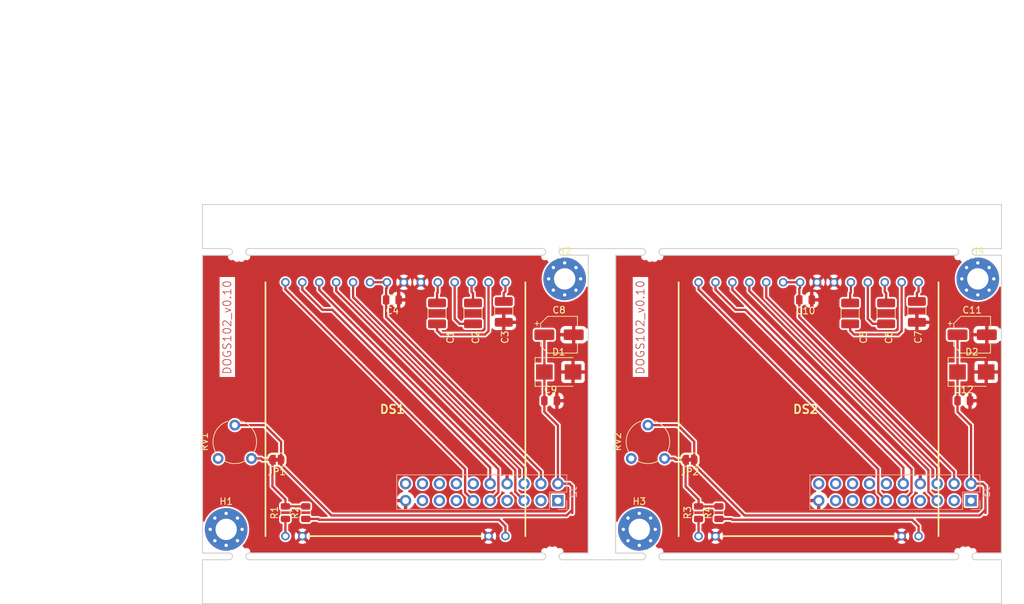
<source format=kicad_pcb>
(kicad_pcb (version 20221018) (generator pcbnew)
  (layers (0 "F.Cu" signal "Top") (31 "B.Cu" signal "Bottom") (34 "B.Paste" user) (35 "F.Paste" user) (36 "B.SilkS" user "B.Silkscreen") (37 "F.SilkS" user "F.Silkscreen") (38 "B.Mask" user) (39 "F.Mask" user) (44 "Edge.Cuts" user))
  (net 0 "")
  (net 1 "GND")
  (net 2 "+3V3")
  (net 3 "Net-(C1-Pad2)")
  (net 4 "Net-(C2-Pad1)")
  (net 5 "Net-(C2-Pad2)")
  (net 6 "Net-(C3-Pad2)")
  (net 7 "Net-(C1-Pad1)")
  (net 8 "MOSI")
  (net 9 "SCK")
  (net 10 "Net-(DS1-Pad14)")
  (net 11 "Net-(DS1-Pad1)")
  (net 12 "Net-(H1-Pad1)")
  (net 13 "Net-(H2-Pad1)")
  (net 14 "INSTR.BEL")
  (net 15 "D8")
  (net 16 "D7")
  (net 17 "D6")
  (net 18 "LED")
  (footprint "Capacitor_SMD:C_1210_3225Metric_Pad1.33x2.70mm_HandSolder" (layer "F.Cu") (at 158.71 91.0375 90)
    (fp_text reference "C2" (at -3.592 0.4 90) (layer "F.SilkS"))
    (fp_text value "C")
    (pad "1" smd roundrect (at -1.5625 0 90) (size 1.325 2.7) (layers "F.Cu" "F.Paste" "F.Mask") (roundrect_rratio 0.1886792453) (net 4 "Net-(C2-Pad1)"))
    (pad "2" smd roundrect (at 1.5625 0 90) (size 1.325 2.7) (layers "F.Cu" "F.Paste" "F.Mask") (roundrect_rratio 0.1886792453) (net 5 "Net-(C2-Pad2)"))
  )
  (footprint "Capacitor_SMD:C_1210_3225Metric_Pad1.33x2.70mm_HandSolder" (layer "F.Cu") (at 163.322 90.808 90)
    (fp_text reference "C3" (at -3.792 0.188 90) (layer "F.SilkS"))
    (fp_text value "C")
    (pad "1" smd roundrect (at -1.5625 0 90) (size 1.325 2.7) (layers "F.Cu" "F.Paste" "F.Mask") (roundrect_rratio 0.1886792453) (net 1 "GND"))
    (pad "2" smd roundrect (at 1.5625 0 90) (size 1.325 2.7) (layers "F.Cu" "F.Paste" "F.Mask") (roundrect_rratio 0.1886792453) (net 6 "Net-(C3-Pad2)"))
  )
  (footprint "Capacitor_SMD:C_1210_3225Metric_Pad1.33x2.70mm_HandSolder" (layer "F.Cu") (at 153.31 91.0375 90)
    (fp_text reference "C1" (at -3.5625 2 90) (layer "F.SilkS"))
    (fp_text value "C")
    (pad "1" smd roundrect (at -1.5625 0 90) (size 1.325 2.7) (layers "F.Cu" "F.Paste" "F.Mask") (roundrect_rratio 0.1886792453) (net 7 "Net-(C1-Pad1)"))
    (pad "2" smd roundrect (at 1.5625 0 90) (size 1.325 2.7) (layers "F.Cu" "F.Paste" "F.Mask") (roundrect_rratio 0.1886792453) (net 3 "Net-(C1-Pad2)"))
  )
  (footprint "MountingHole:MountingHole_3.2mm_M3_Pad_Via" (layer "F.Cu") (at 121.666 123.444)
    (fp_text reference "H1" (at 0 -4.2) (layer "F.SilkS"))
    (fp_text value "MountingHole_Pad")
    (pad "1" thru_hole circle (at -2.4 0) (size 0.8 0.8) (drill 0.5) (layers "*.Cu" "*.Mask") (net 12 "Net-(H1-Pad1)"))
    (pad "1" thru_hole circle (at -1.697056 -1.697056) (size 0.8 0.8) (drill 0.5) (layers "*.Cu" "*.Mask") (net 12 "Net-(H1-Pad1)"))
    (pad "1" thru_hole circle (at -1.697056 1.697056) (size 0.8 0.8) (drill 0.5) (layers "*.Cu" "*.Mask") (net 12 "Net-(H1-Pad1)"))
    (pad "1" thru_hole circle (at 0 -2.4) (size 0.8 0.8) (drill 0.5) (layers "*.Cu" "*.Mask") (net 12 "Net-(H1-Pad1)"))
    (pad "1" thru_hole circle (at 0 0) (size 6.4 6.4) (drill 3.2) (layers "*.Cu" "*.Mask") (net 12 "Net-(H1-Pad1)"))
    (pad "1" thru_hole circle (at 0 2.4) (size 0.8 0.8) (drill 0.5) (layers "*.Cu" "*.Mask") (net 12 "Net-(H1-Pad1)"))
    (pad "1" thru_hole circle (at 1.697056 -1.697056) (size 0.8 0.8) (drill 0.5) (layers "*.Cu" "*.Mask") (net 12 "Net-(H1-Pad1)"))
    (pad "1" thru_hole circle (at 1.697056 1.697056) (size 0.8 0.8) (drill 0.5) (layers "*.Cu" "*.Mask") (net 12 "Net-(H1-Pad1)"))
    (pad "1" thru_hole circle (at 2.4 0) (size 0.8 0.8) (drill 0.5) (layers "*.Cu" "*.Mask") (net 12 "Net-(H1-Pad1)"))
  )
  (footprint "MountingHole:MountingHole_3.2mm_M3_Pad_Via" (layer "F.Cu") (at 172.466 85.852)
    (fp_text reference "H2" (at 0 -4.2) (layer "F.SilkS"))
    (fp_text value "MountingHole_Pad")
    (pad "1" thru_hole circle (at -2.4 0) (size 0.8 0.8) (drill 0.5) (layers "*.Cu" "*.Mask") (net 13 "Net-(H2-Pad1)"))
    (pad "1" thru_hole circle (at -1.697056 -1.697056) (size 0.8 0.8) (drill 0.5) (layers "*.Cu" "*.Mask") (net 13 "Net-(H2-Pad1)"))
    (pad "1" thru_hole circle (at -1.697056 1.697056) (size 0.8 0.8) (drill 0.5) (layers "*.Cu" "*.Mask") (net 13 "Net-(H2-Pad1)"))
    (pad "1" thru_hole circle (at 0 -2.4) (size 0.8 0.8) (drill 0.5) (layers "*.Cu" "*.Mask") (net 13 "Net-(H2-Pad1)"))
    (pad "1" thru_hole circle (at 0 0) (size 6.4 6.4) (drill 3.2) (layers "*.Cu" "*.Mask") (net 13 "Net-(H2-Pad1)"))
    (pad "1" thru_hole circle (at 0 2.4) (size 0.8 0.8) (drill 0.5) (layers "*.Cu" "*.Mask") (net 13 "Net-(H2-Pad1)"))
    (pad "1" thru_hole circle (at 1.697056 -1.697056) (size 0.8 0.8) (drill 0.5) (layers "*.Cu" "*.Mask") (net 13 "Net-(H2-Pad1)"))
    (pad "1" thru_hole circle (at 1.697056 1.697056) (size 0.8 0.8) (drill 0.5) (layers "*.Cu" "*.Mask") (net 13 "Net-(H2-Pad1)"))
    (pad "1" thru_hole circle (at 2.4 0) (size 0.8 0.8) (drill 0.5) (layers "*.Cu" "*.Mask") (net 13 "Net-(H2-Pad1)"))
  )
  (footprint "Capacitor_SMD:C_0805_2012Metric" (layer "F.Cu") (at 146.61 89 180)
    (fp_text reference "C4" (at 0 -1.65) (layer "F.SilkS"))
    (fp_text value "100n")
    (pad "1" smd roundrect (at -0.9375 0 180) (size 0.975 1.4) (layers "F.Cu" "F.Paste" "F.Mask") (net 1 "GND"))
    (pad "2" smd roundrect (at 0.9375 0 180) (size 0.975 1.4) (layers "F.Cu" "F.Paste" "F.Mask") (net 2 "+3V3"))
  )
  (footprint "Capacitor_SMD:CP_Elec_5x3" (layer "F.Cu") (at 171.618 94.234)
    (fp_text reference "C8" (at 0 -3.7) (layer "F.SilkS"))
    (fp_text value "CP")
    (pad "1" smd roundrect (at -2.2 0) (size 3 1.6) (layers "F.Cu" "F.Paste" "F.Mask") (roundrect_rratio 0.15625) (net 14 "INSTR.BEL"))
    (pad "2" smd roundrect (at 2.2 0) (size 3 1.6) (layers "F.Cu" "F.Paste" "F.Mask") (roundrect_rratio 0.15625) (net 1 "GND"))
  )
  (footprint "Capacitor_SMD:C_0805_2012Metric" (layer "F.Cu") (at 170.3555 104.14)
    (fp_text reference "C9" (at 0 -1.65) (layer "F.SilkS"))
    (fp_text value "100n")
    (pad "1" smd roundrect (at -0.9375 0) (size 0.975 1.4) (layers "F.Cu" "F.Paste" "F.Mask") (net 14 "INSTR.BEL"))
    (pad "2" smd roundrect (at 0.9375 0) (size 0.975 1.4) (layers "F.Cu" "F.Paste" "F.Mask") (net 1 "GND"))
  )
  (footprint "Diode_SMD:D_SMB" (layer "F.Cu") (at 171.568 99.822)
    (fp_text reference "D1" (at 0 -3) (layer "F.SilkS"))
    (fp_text value "SMBJ15CA")
    (pad "1" smd rect (at -2.15 0) (size 2.5 2.3) (layers "F.Cu" "F.Paste" "F.Mask") (net 14 "INSTR.BEL"))
    (pad "2" smd rect (at 2.15 0) (size 2.5 2.3) (layers "F.Cu" "F.Paste" "F.Mask") (net 1 "GND"))
  )
  (footprint "Resistor_SMD:R_0805_2012Metric" (layer "F.Cu") (at 130.556 120.9375 90)
    (fp_text reference "R1" (at 0 -1.65 90) (layer "F.SilkS"))
    (fp_text value "R")
    (pad "1" smd roundrect (at -0.9375 0 90) (size 0.975 1.4) (layers "F.Cu" "F.Paste" "F.Mask") (net 11 "Net-(DS1-Pad1)"))
    (pad "2" smd roundrect (at 0.9375 0 90) (size 0.975 1.4) (layers "F.Cu" "F.Paste" "F.Mask") (net 18 "LED"))
  )
  (footprint "Resistor_SMD:R_0805_2012Metric" (layer "F.Cu") (at 133.61 120.9375 90)
    (fp_text reference "R2" (at 0 -1.65 90) (layer "F.SilkS"))
    (fp_text value "R")
    (pad "1" smd roundrect (at -0.9375 0 90) (size 0.975 1.4) (layers "F.Cu" "F.Paste" "F.Mask") (net 10 "Net-(DS1-Pad14)"))
    (pad "2" smd roundrect (at 0.9375 0 90) (size 0.975 1.4) (layers "F.Cu" "F.Paste" "F.Mask") (net 18 "LED"))
  )
  (footprint "fiz-o-matic:EA-DOGS102W-6" (layer "F.Cu") (at 147.066 105.41)
    (fp_text reference "DS1" (at -0.45365 0.01496) (layer "F.SilkS") (effects (font (size 1.27 1.27) (thickness 0.254))))
    (fp_text value "EA_DOGS102W-6" hide)
    (pad "1" thru_hole circle (at -16.51 19.05) (size 1.28 1.28) (drill 0.78) (layers "*.Cu" "*.Mask") (net 11 "Net-(DS1-Pad1)"))
    (pad "2" thru_hole circle (at -13.97 19.05) (size 1.28 1.28) (drill 0.78) (layers "*.Cu" "*.Mask") (net 1 "GND"))
    (pad "13" thru_hole circle (at 13.97 19.05) (size 1.28 1.28) (drill 0.78) (layers "*.Cu" "*.Mask") (net 1 "GND"))
    (pad "14" thru_hole circle (at 16.51 19.05) (size 1.28 1.28) (drill 0.78) (layers "*.Cu" "*.Mask") (net 10 "Net-(DS1-Pad14)"))
    (pad "15" thru_hole circle (at 16.51 -19.05) (size 1.28 1.28) (drill 0.78) (layers "*.Cu" "*.Mask") (net 6 "Net-(C3-Pad2)"))
    (pad "16" thru_hole circle (at 13.97 -19.05) (size 1.28 1.28) (drill 0.78) (layers "*.Cu" "*.Mask") (net 7 "Net-(C1-Pad1)"))
    (pad "17" thru_hole circle (at 11.43 -19.05) (size 1.28 1.28) (drill 0.78) (layers "*.Cu" "*.Mask") (net 5 "Net-(C2-Pad2)"))
    (pad "18" thru_hole circle (at 8.89 -19.05) (size 1.28 1.28) (drill 0.78) (layers "*.Cu" "*.Mask") (net 4 "Net-(C2-Pad1)"))
    (pad "19" thru_hole circle (at 6.35 -19.05) (size 1.28 1.28) (drill 0.78) (layers "*.Cu" "*.Mask") (net 3 "Net-(C1-Pad2)"))
    (pad "20" thru_hole circle (at 3.81 -19.05) (size 1.28 1.28) (drill 0.78) (layers "*.Cu" "*.Mask") (net 1 "GND"))
    (pad "21" thru_hole circle (at 1.27 -19.05) (size 1.28 1.28) (drill 0.78) (layers "*.Cu" "*.Mask") (net 1 "GND"))
    (pad "22" thru_hole circle (at -1.27 -19.05) (size 1.28 1.28) (drill 0.78) (layers "*.Cu" "*.Mask") (net 2 "+3V3"))
    (pad "23" thru_hole circle (at -3.81 -19.05) (size 1.28 1.28) (drill 0.78) (layers "*.Cu" "*.Mask") (net 2 "+3V3"))
    (pad "24" thru_hole circle (at -6.35 -19.05) (size 1.28 1.28) (drill 0.78) (layers "*.Cu" "*.Mask") (net 8 "MOSI"))
    (pad "25" thru_hole circle (at -8.89 -19.05) (size 1.28 1.28) (drill 0.78) (layers "*.Cu" "*.Mask") (net 9 "SCK"))
    (pad "26" thru_hole circle (at -11.43 -19.05) (size 1.28 1.28) (drill 0.78) (layers "*.Cu" "*.Mask") (net 17 "D6"))
    (pad "27" thru_hole circle (at -13.97 -19.05) (size 1.28 1.28) (drill 0.78) (layers "*.Cu" "*.Mask") (net 16 "D7"))
    (pad "28" thru_hole circle (at -16.51 -19.05) (size 1.28 1.28) (drill 0.78) (layers "*.Cu" "*.Mask") (net 15 "D8"))
  )
  (footprint "Jumper:SolderJumper-2_P1.3mm_Bridged_RoundedPad1.0x1.5mm" (layer "F.Cu") (at 129.26 113 180)
    (fp_text reference "JP1" (at 0 -1.8) (layer "F.SilkS"))
    (fp_text value "Jumper_NC_Small")
    (fp_poly (pts (xy 0.25 -0.3) (xy -0.25 -0.3) (xy -0.25 0.3) (xy 0.25 0.3)) (fill solid) (layer "F.Cu"))
    (pad "1" smd custom (at -0.65 0 180) (size 1 0.5) (layers "F.Cu" "F.Mask") (net 14 "INSTR.BEL") (options (clearance outline) (anchor rect)) (primitives (gr_circle (center 0 0.25) (end 0.5 0.25) (width 0) (fill yes)) (gr_circle (center 0 -0.25) (end 0.5 -0.25) (width 0) (fill yes)) (gr_poly (pts (xy 0 -0.75) (xy 0.5 -0.75) (xy 0.5 0.75) (xy 0 0.75)) (width 0) (fill yes))))
    (pad "2" smd custom (at 0.65 0 180) (size 1 0.5) (layers "F.Cu" "F.Mask") (net 18 "LED") (options (clearance outline) (anchor rect)) (primitives (gr_circle (center 0 0.25) (end 0.5 0.25) (width 0) (fill yes)) (gr_circle (center 0 -0.25) (end 0.5 -0.25) (width 0) (fill yes)) (gr_poly (pts (xy 0 -0.75) (xy -0.5 -0.75) (xy -0.5 0.75) (xy 0 0.75)) (width 0) (fill yes))))
  )
  (footprint "Potentiometer_THT:Potentiometer_Piher_PT-6-V_Vertical" (layer "F.Cu") (at 125.46 112.8 90)
    (fp_text reference "RV1" (at 2.5 -7.06 90) (layer "F.SilkS"))
    (fp_text value "R_POT")
    (pad "1" thru_hole circle (at 0 0 90) (size 1.62 1.62) (drill 0.9) (layers "*.Cu" "*.Mask") (net 18 "LED"))
    (pad "2" thru_hole circle (at 5 -2.5 90) (size 1.62 1.62) (drill 0.9) (layers "*.Cu" "*.Mask") (net 14 "INSTR.BEL"))
    (pad "3" thru_hole circle (at 0 -5 90) (size 1.62 1.62) (drill 0.9) (layers "*.Cu" "*.Mask"))
  )
  (footprint "fiz-o-matic:mouse-bite-1mm-slot" (layer "F.Cu") (at 232.61 81.8)
    (fp_text reference "mouse-bite-1mm-slot4" hide)
    (fp_text value "VAL**" hide)
    (pad "" np_thru_hole circle (at -1.15 0.75) (size 0.5 0.5) (drill 0.5) (layers "F&B.Cu" "*.Mask"))
    (pad "" np_thru_hole circle (at -0.35 1) (size 0.5 0.5) (drill 0.5) (layers "F&B.Cu" "*.Mask"))
    (pad "" np_thru_hole circle (at 0.35 1) (size 0.5 0.5) (drill 0.5) (layers "F&B.Cu" "*.Mask"))
    (pad "" np_thru_hole circle (at 1.15 0.75) (size 0.5 0.5) (drill 0.5) (layers "F&B.Cu" "*.Mask"))
  )
  (footprint "Jumper:SolderJumper-2_P1.3mm_Bridged_RoundedPad1.0x1.5mm" (layer "F.Cu") (at 191.26 113 180)
    (fp_text reference "JP2" (at 0 -1.8) (layer "F.SilkS"))
    (fp_text value "Jumper_NC_Small")
    (fp_poly (pts (xy 0.25 -0.3) (xy -0.25 -0.3) (xy -0.25 0.3) (xy 0.25 0.3)) (fill solid) (layer "F.Cu"))
    (pad "1" smd custom (at -0.65 0 180) (size 1 0.5) (layers "F.Cu" "F.Mask") (net 14 "INSTR.BEL") (options (clearance outline) (anchor rect)) (primitives (gr_circle (center 0 0.25) (end 0.5 0.25) (width 0) (fill yes)) (gr_circle (center 0 -0.25) (end 0.5 -0.25) (width 0) (fill yes)) (gr_poly (pts (xy 0 -0.75) (xy 0.5 -0.75) (xy 0.5 0.75) (xy 0 0.75)) (width 0) (fill yes))))
    (pad "2" smd custom (at 0.65 0 180) (size 1 0.5) (layers "F.Cu" "F.Mask") (net 18 "LED") (options (clearance outline) (anchor rect)) (primitives (gr_circle (center 0 0.25) (end 0.5 0.25) (width 0) (fill yes)) (gr_circle (center 0 -0.25) (end 0.5 -0.25) (width 0) (fill yes)) (gr_poly (pts (xy 0 -0.75) (xy -0.5 -0.75) (xy -0.5 0.75) (xy 0 0.75)) (width 0) (fill yes))))
  )
  (footprint "fiz-o-matic:mouse-bite-1mm-slot" (layer "F.Cu") (at 123.61 81.8)
    (fp_text reference "mouse-bite-1mm-slot" hide)
    (fp_text value "VAL**" hide)
    (pad "" np_thru_hole circle (at -1.15 0.75) (size 0.5 0.5) (drill 0.5) (layers "*.Cu" "*.Mask"))
    (pad "" np_thru_hole circle (at -0.35 1) (size 0.5 0.5) (drill 0.5) (layers "*.Cu" "*.Mask"))
    (pad "" np_thru_hole circle (at 0.35 1) (size 0.5 0.5) (drill 0.5) (layers "*.Cu" "*.Mask"))
    (pad "" np_thru_hole circle (at 1.15 0.75) (size 0.5 0.5) (drill 0.5) (layers "*.Cu" "*.Mask"))
  )
  (footprint "Capacitor_SMD:C_0805_2012Metric" (layer "F.Cu") (at 232.3555 104.14)
    (fp_text reference "C12" (at 0 -1.65) (layer "F.SilkS"))
    (fp_text value "100n")
    (pad "1" smd roundrect (at -0.9375 0) (size 0.975 1.4) (layers "F.Cu" "F.Paste" "F.Mask") (net 14 "INSTR.BEL"))
    (pad "2" smd roundrect (at 0.9375 0) (size 0.975 1.4) (layers "F.Cu" "F.Paste" "F.Mask") (net 1 "GND"))
  )
  (footprint "Resistor_SMD:R_0805_2012Metric" (layer "F.Cu") (at 195.61 120.9375 90)
    (fp_text reference "R4" (at 0 -1.65 90) (layer "F.SilkS"))
    (fp_text value "R")
    (pad "1" smd roundrect (at -0.9375 0 90) (size 0.975 1.4) (layers "F.Cu" "F.Paste" "F.Mask") (net 10 "Net-(DS1-Pad14)"))
    (pad "2" smd roundrect (at 0.9375 0 90) (size 0.975 1.4) (layers "F.Cu" "F.Paste" "F.Mask") (net 18 "LED"))
  )
  (footprint "Capacitor_SMD:C_0805_2012Metric" (layer "F.Cu") (at 208.61 89 180)
    (fp_text reference "C10" (at 0 -1.65) (layer "F.SilkS"))
    (fp_text value "100n")
    (pad "1" smd roundrect (at -0.9375 0 180) (size 0.975 1.4) (layers "F.Cu" "F.Paste" "F.Mask") (net 1 "GND"))
    (pad "2" smd roundrect (at 0.9375 0 180) (size 0.975 1.4) (layers "F.Cu" "F.Paste" "F.Mask") (net 2 "+3V3"))
  )
  (footprint "Capacitor_SMD:C_1210_3225Metric_Pad1.33x2.70mm_HandSolder" (layer "F.Cu") (at 215.31 91.0375 90)
    (fp_text reference "C5" (at -3.5625 2 90) (layer "F.SilkS"))
    (fp_text value "C")
    (pad "1" smd roundrect (at -1.5625 0 90) (size 1.325 2.7) (layers "F.Cu" "F.Paste" "F.Mask") (roundrect_rratio 0.1886792453) (net 7 "Net-(C1-Pad1)"))
    (pad "2" smd roundrect (at 1.5625 0 90) (size 1.325 2.7) (layers "F.Cu" "F.Paste" "F.Mask") (roundrect_rratio 0.1886792453) (net 3 "Net-(C1-Pad2)"))
  )
  (footprint "fiz-o-matic:mouse-bite-1mm-slot" (layer "F.Cu") (at 232.61 127.5 180)
    (fp_text reference "mouse-bite-1mm-slot2" hide)
    (fp_text value "VAL**" hide)
    (pad "" np_thru_hole circle (at -1.15 0.75 180) (size 0.5 0.5) (drill 0.5) (layers "F&B.Cu" "*.Mask"))
    (pad "" np_thru_hole circle (at -0.35 1 180) (size 0.5 0.5) (drill 0.5) (layers "F&B.Cu" "*.Mask"))
    (pad "" np_thru_hole circle (at 0.35 1 180) (size 0.5 0.5) (drill 0.5) (layers "F&B.Cu" "*.Mask"))
    (pad "" np_thru_hole circle (at 1.15 0.75 180) (size 0.5 0.5) (drill 0.5) (layers "F&B.Cu" "*.Mask"))
  )
  (footprint "Capacitor_SMD:CP_Elec_5x3" (layer "F.Cu") (at 233.618 94.234)
    (fp_text reference "C11" (at 0 -3.7) (layer "F.SilkS"))
    (fp_text value "CP")
    (pad "1" smd roundrect (at -2.2 0) (size 3 1.6) (layers "F.Cu" "F.Paste" "F.Mask") (roundrect_rratio 0.15625) (net 14 "INSTR.BEL"))
    (pad "2" smd roundrect (at 2.2 0) (size 3 1.6) (layers "F.Cu" "F.Paste" "F.Mask") (roundrect_rratio 0.15625) (net 1 "GND"))
  )
  (footprint "Resistor_SMD:R_0805_2012Metric" (layer "F.Cu") (at 192.556 120.9375 90)
    (fp_text reference "R3" (at 0 -1.65 90) (layer "F.SilkS"))
    (fp_text value "R")
    (pad "1" smd roundrect (at -0.9375 0 90) (size 0.975 1.4) (layers "F.Cu" "F.Paste" "F.Mask") (net 11 "Net-(DS1-Pad1)"))
    (pad "2" smd roundrect (at 0.9375 0 90) (size 0.975 1.4) (layers "F.Cu" "F.Paste" "F.Mask") (net 18 "LED"))
  )
  (footprint "fiz-o-matic:mouse-bite-1mm-slot" (layer "F.Cu") (at 185.61 127.5 180)
    (fp_text reference "mouse-bite-1mm-slot1" hide)
    (fp_text value "VAL**" hide)
    (pad "" np_thru_hole circle (at -1.15 0.75 180) (size 0.5 0.5) (drill 0.5) (layers "F&B.Cu" "*.Mask"))
    (pad "" np_thru_hole circle (at -0.35 1 180) (size 0.5 0.5) (drill 0.5) (layers "F&B.Cu" "*.Mask"))
    (pad "" np_thru_hole circle (at 0.35 1 180) (size 0.5 0.5) (drill 0.5) (layers "F&B.Cu" "*.Mask"))
    (pad "" np_thru_hole circle (at 1.15 0.75 180) (size 0.5 0.5) (drill 0.5) (layers "F&B.Cu" "*.Mask"))
  )
  (footprint "fiz-o-matic:mouse-bite-1mm-slot" (layer "F.Cu") (at 170.61 81.8)
    (fp_text reference "mouse-bite-1mm-slot" hide)
    (fp_text value "VAL**" hide)
    (pad "" np_thru_hole circle (at -1.15 0.75) (size 0.5 0.5) (drill 0.5) (layers "F&B.Cu" "*.Mask"))
    (pad "" np_thru_hole circle (at -0.35 1) (size 0.5 0.5) (drill 0.5) (layers "F&B.Cu" "*.Mask"))
    (pad "" np_thru_hole circle (at 0.35 1) (size 0.5 0.5) (drill 0.5) (layers "F&B.Cu" "*.Mask"))
    (pad "" np_thru_hole circle (at 1.15 0.75) (size 0.5 0.5) (drill 0.5) (layers "F&B.Cu" "*.Mask"))
  )
  (footprint "Capacitor_SMD:C_1210_3225Metric_Pad1.33x2.70mm_HandSolder" (layer "F.Cu") (at 225.322 90.808 90)
    (fp_text reference "C7" (at -3.792 0.188 90) (layer "F.SilkS"))
    (fp_text value "C")
    (pad "1" smd roundrect (at -1.5625 0 90) (size 1.325 2.7) (layers "F.Cu" "F.Paste" "F.Mask") (roundrect_rratio 0.1886792453) (net 1 "GND"))
    (pad "2" smd roundrect (at 1.5625 0 90) (size 1.325 2.7) (layers "F.Cu" "F.Paste" "F.Mask") (roundrect_rratio 0.1886792453) (net 6 "Net-(C3-Pad2)"))
  )
  (footprint "Potentiometer_THT:Potentiometer_Piher_PT-6-V_Vertical" (layer "F.Cu") (at 187.46 112.8 90)
    (fp_text reference "RV2" (at 2.5 -7.06 90) (layer "F.SilkS"))
    (fp_text value "R_POT")
    (pad "1" thru_hole circle (at 0 0 90) (size 1.62 1.62) (drill 0.9) (layers "*.Cu" "*.Mask") (net 18 "LED"))
    (pad "2" thru_hole circle (at 5 -2.5 90) (size 1.62 1.62) (drill 0.9) (layers "*.Cu" "*.Mask") (net 14 "INSTR.BEL"))
    (pad "3" thru_hole circle (at 0 -5 90) (size 1.62 1.62) (drill 0.9) (layers "*.Cu" "*.Mask"))
  )
  (footprint "fiz-o-matic:mouse-bite-1mm-slot" (layer "F.Cu") (at 123.61 127.5 180)
    (fp_text reference "mouse-bite-1mm-slot" hide)
    (fp_text value "VAL**" hide)
    (pad "" np_thru_hole circle (at -1.15 0.75 180) (size 0.5 0.5) (drill 0.5) (layers "F&B.Cu" "*.Mask"))
    (pad "" np_thru_hole circle (at -0.35 1 180) (size 0.5 0.5) (drill 0.5) (layers "F&B.Cu" "*.Mask"))
    (pad "" np_thru_hole circle (at 0.35 1 180) (size 0.5 0.5) (drill 0.5) (layers "F&B.Cu" "*.Mask"))
    (pad "" np_thru_hole circle (at 1.15 0.75 180) (size 0.5 0.5) (drill 0.5) (layers "F&B.Cu" "*.Mask"))
  )
  (footprint "MountingHole:MountingHole_3.2mm_M3_Pad_Via" (layer "F.Cu") (at 234.466 85.852)
    (fp_text reference "H4" (at 0 -4.2) (layer "F.SilkS"))
    (fp_text value "MountingHole_Pad")
    (pad "1" thru_hole circle (at -2.4 0) (size 0.8 0.8) (drill 0.5) (layers "*.Cu" "*.Mask") (net 13 "Net-(H2-Pad1)"))
    (pad "1" thru_hole circle (at -1.697056 -1.697056) (size 0.8 0.8) (drill 0.5) (layers "*.Cu" "*.Mask") (net 13 "Net-(H2-Pad1)"))
    (pad "1" thru_hole circle (at -1.697056 1.697056) (size 0.8 0.8) (drill 0.5) (layers "*.Cu" "*.Mask") (net 13 "Net-(H2-Pad1)"))
    (pad "1" thru_hole circle (at 0 -2.4) (size 0.8 0.8) (drill 0.5) (layers "*.Cu" "*.Mask") (net 13 "Net-(H2-Pad1)"))
    (pad "1" thru_hole circle (at 0 0) (size 6.4 6.4) (drill 3.2) (layers "*.Cu" "*.Mask") (net 13 "Net-(H2-Pad1)"))
    (pad "1" thru_hole circle (at 0 2.4) (size 0.8 0.8) (drill 0.5) (layers "*.Cu" "*.Mask") (net 13 "Net-(H2-Pad1)"))
    (pad "1" thru_hole circle (at 1.697056 -1.697056) (size 0.8 0.8) (drill 0.5) (layers "*.Cu" "*.Mask") (net 13 "Net-(H2-Pad1)"))
    (pad "1" thru_hole circle (at 1.697056 1.697056) (size 0.8 0.8) (drill 0.5) (layers "*.Cu" "*.Mask") (net 13 "Net-(H2-Pad1)"))
    (pad "1" thru_hole circle (at 2.4 0) (size 0.8 0.8) (drill 0.5) (layers "*.Cu" "*.Mask") (net 13 "Net-(H2-Pad1)"))
  )
  (footprint "Diode_SMD:D_SMB" (layer "F.Cu") (at 233.568 99.822)
    (fp_text reference "D2" (at 0 -3) (layer "F.SilkS"))
    (fp_text value "SMBJ15CA")
    (pad "1" smd rect (at -2.15 0) (size 2.5 2.3) (layers "F.Cu" "F.Paste" "F.Mask") (net 14 "INSTR.BEL"))
    (pad "2" smd rect (at 2.15 0) (size 2.5 2.3) (layers "F.Cu" "F.Paste" "F.Mask") (net 1 "GND"))
  )
  (footprint "fiz-o-matic:EA-DOGS102W-6" (layer "F.Cu") (at 209.066 105.41)
    (fp_text reference "DS2" (at -0.45365 0.01496) (layer "F.SilkS") (effects (font (size 1.27 1.27) (thickness 0.254))))
    (fp_text value "EA_DOGS102W-6" hide)
    (pad "1" thru_hole circle (at -16.51 19.05) (size 1.28 1.28) (drill 0.78) (layers "*.Cu" "*.Mask") (net 11 "Net-(DS1-Pad1)"))
    (pad "2" thru_hole circle (at -13.97 19.05) (size 1.28 1.28) (drill 0.78) (layers "*.Cu" "*.Mask") (net 1 "GND"))
    (pad "13" thru_hole circle (at 13.97 19.05) (size 1.28 1.28) (drill 0.78) (layers "*.Cu" "*.Mask") (net 1 "GND"))
    (pad "14" thru_hole circle (at 16.51 19.05) (size 1.28 1.28) (drill 0.78) (layers "*.Cu" "*.Mask") (net 10 "Net-(DS1-Pad14)"))
    (pad "15" thru_hole circle (at 16.51 -19.05) (size 1.28 1.28) (drill 0.78) (layers "*.Cu" "*.Mask") (net 6 "Net-(C3-Pad2)"))
    (pad "16" thru_hole circle (at 13.97 -19.05) (size 1.28 1.28) (drill 0.78) (layers "*.Cu" "*.Mask") (net 7 "Net-(C1-Pad1)"))
    (pad "17" thru_hole circle (at 11.43 -19.05) (size 1.28 1.28) (drill 0.78) (layers "*.Cu" "*.Mask") (net 5 "Net-(C2-Pad2)"))
    (pad "18" thru_hole circle (at 8.89 -19.05) (size 1.28 1.28) (drill 0.78) (layers "*.Cu" "*.Mask") (net 4 "Net-(C2-Pad1)"))
    (pad "19" thru_hole circle (at 6.35 -19.05) (size 1.28 1.28) (drill 0.78) (layers "*.Cu" "*.Mask") (net 3 "Net-(C1-Pad2)"))
    (pad "20" thru_hole circle (at 3.81 -19.05) (size 1.28 1.28) (drill 0.78) (layers "*.Cu" "*.Mask") (net 1 "GND"))
    (pad "21" thru_hole circle (at 1.27 -19.05) (size 1.28 1.28) (drill 0.78) (layers "*.Cu" "*.Mask") (net 1 "GND"))
    (pad "22" thru_hole circle (at -1.27 -19.05) (size 1.28 1.28) (drill 0.78) (layers "*.Cu" "*.Mask") (net 2 "+3V3"))
    (pad "23" thru_hole circle (at -3.81 -19.05) (size 1.28 1.28) (drill 0.78) (layers "*.Cu" "*.Mask") (net 2 "+3V3"))
    (pad "24" thru_hole circle (at -6.35 -19.05) (size 1.28 1.28) (drill 0.78) (layers "*.Cu" "*.Mask") (net 8 "MOSI"))
    (pad "25" thru_hole circle (at -8.89 -19.05) (size 1.28 1.28) (drill 0.78) (layers "*.Cu" "*.Mask") (net 9 "SCK"))
    (pad "26" thru_hole circle (at -11.43 -19.05) (size 1.28 1.28) (drill 0.78) (layers "*.Cu" "*.Mask") (net 17 "D6"))
    (pad "27" thru_hole circle (at -13.97 -19.05) (size 1.28 1.28) (drill 0.78) (layers "*.Cu" "*.Mask") (net 16 "D7"))
    (pad "28" thru_hole circle (at -16.51 -19.05) (size 1.28 1.28) (drill 0.78) (layers "*.Cu" "*.Mask") (net 15 "D8"))
  )
  (footprint "fiz-o-matic:mouse-bite-1mm-slot" (layer "F.Cu") (at 170.61 127.5 180)
    (fp_text reference "mouse-bite-1mm-slot" hide)
    (fp_text value "VAL**" hide)
    (pad "" np_thru_hole circle (at -1.15 0.75 180) (size 0.5 0.5) (drill 0.5) (layers "F&B.Cu" "*.Mask"))
    (pad "" np_thru_hole circle (at -0.35 1 180) (size 0.5 0.5) (drill 0.5) (layers "F&B.Cu" "*.Mask"))
    (pad "" np_thru_hole circle (at 0.35 1 180) (size 0.5 0.5) (drill 0.5) (layers "F&B.Cu" "*.Mask"))
    (pad "" np_thru_hole circle (at 1.15 0.75 180) (size 0.5 0.5) (drill 0.5) (layers "F&B.Cu" "*.Mask"))
  )
  (footprint "fiz-o-matic:mouse-bite-1mm-slot" (layer "F.Cu") (at 185.61 81.8)
    (fp_text reference "mouse-bite-1mm-slot3" hide)
    (fp_text value "VAL**" hide)
    (pad "" np_thru_hole circle (at -1.15 0.75) (size 0.5 0.5) (drill 0.5) (layers "*.Cu" "*.Mask"))
    (pad "" np_thru_hole circle (at -0.35 1) (size 0.5 0.5) (drill 0.5) (layers "*.Cu" "*.Mask"))
    (pad "" np_thru_hole circle (at 0.35 1) (size 0.5 0.5) (drill 0.5) (layers "*.Cu" "*.Mask"))
    (pad "" np_thru_hole circle (at 1.15 0.75) (size 0.5 0.5) (drill 0.5) (layers "*.Cu" "*.Mask"))
  )
  (footprint "Capacitor_SMD:C_1210_3225Metric_Pad1.33x2.70mm_HandSolder" (layer "F.Cu") (at 220.71 91.0375 90)
    (fp_text reference "C6" (at -3.592 0.4 90) (layer "F.SilkS"))
    (fp_text value "C")
    (pad "1" smd roundrect (at -1.5625 0 90) (size 1.325 2.7) (layers "F.Cu" "F.Paste" "F.Mask") (roundrect_rratio 0.1886792453) (net 4 "Net-(C2-Pad1)"))
    (pad "2" smd roundrect (at 1.5625 0 90) (size 1.325 2.7) (layers "F.Cu" "F.Paste" "F.Mask") (roundrect_rratio 0.1886792453) (net 5 "Net-(C2-Pad2)"))
  )
  (footprint "MountingHole:MountingHole_3.2mm_M3_Pad_Via" (layer "F.Cu") (at 183.666 123.444)
    (fp_text reference "H3" (at 0 -4.2) (layer "F.SilkS"))
    (fp_text value "MountingHole_Pad")
    (pad "1" thru_hole circle (at -2.4 0) (size 0.8 0.8) (drill 0.5) (layers "*.Cu" "*.Mask") (net 12 "Net-(H1-Pad1)"))
    (pad "1" thru_hole circle (at -1.697056 -1.697056) (size 0.8 0.8) (drill 0.5) (layers "*.Cu" "*.Mask") (net 12 "Net-(H1-Pad1)"))
    (pad "1" thru_hole circle (at -1.697056 1.697056) (size 0.8 0.8) (drill 0.5) (layers "*.Cu" "*.Mask") (net 12 "Net-(H1-Pad1)"))
    (pad "1" thru_hole circle (at 0 -2.4) (size 0.8 0.8) (drill 0.5) (layers "*.Cu" "*.Mask") (net 12 "Net-(H1-Pad1)"))
    (pad "1" thru_hole circle (at 0 0) (size 6.4 6.4) (drill 3.2) (layers "*.Cu" "*.Mask") (net 12 "Net-(H1-Pad1)"))
    (pad "1" thru_hole circle (at 0 2.4) (size 0.8 0.8) (drill 0.5) (layers "*.Cu" "*.Mask") (net 12 "Net-(H1-Pad1)"))
    (pad "1" thru_hole circle (at 1.697056 -1.697056) (size 0.8 0.8) (drill 0.5) (layers "*.Cu" "*.Mask") (net 12 "Net-(H1-Pad1)"))
    (pad "1" thru_hole circle (at 1.697056 1.697056) (size 0.8 0.8) (drill 0.5) (layers "*.Cu" "*.Mask") (net 12 "Net-(H1-Pad1)"))
    (pad "1" thru_hole circle (at 2.4 0) (size 0.8 0.8) (drill 0.5) (layers "*.Cu" "*.Mask") (net 12 "Net-(H1-Pad1)"))
  )
  (footprint "Connector_PinHeader_2.54mm:PinHeader_2x10_P2.54mm_Vertical" (layer "B.Cu") (at 171.45 119.126 90)
    (fp_text reference "J2" (at 1.27 2.33 90) (layer "B.SilkS") (effects (justify mirror)))
    (fp_text value "Conn_02x10_Odd_Even")
    (pad "1" thru_hole rect (at 0 0 90) (size 1.7 1.7) (drill 1) (layers "*.Cu" "*.Mask"))
    (pad "2" thru_hole oval (at 2.54 0 90) (size 1.7 1.7) (drill 1) (layers "*.Cu" "*.Mask") (net 14 "INSTR.BEL"))
    (pad "3" thru_hole oval (at 0 -2.54 90) (size 1.7 1.7) (drill 1) (layers "*.Cu" "*.Mask"))
    (pad "4" thru_hole oval (at 2.54 -2.54 90) (size 1.7 1.7) (drill 1) (layers "*.Cu" "*.Mask") (net 2 "+3V3"))
    (pad "5" thru_hole oval (at 0 -5.08 90) (size 1.7 1.7) (drill 1) (layers "*.Cu" "*.Mask") (net 9 "SCK"))
    (pad "6" thru_hole oval (at 2.54 -5.08 90) (size 1.7 1.7) (drill 1) (layers "*.Cu" "*.Mask") (net 8 "MOSI"))
    (pad "7" thru_hole oval (at 0 -7.62 90) (size 1.7 1.7) (drill 1) (layers "*.Cu" "*.Mask"))
    (pad "8" thru_hole oval (at 2.54 -7.62 90) (size 1.7 1.7) (drill 1) (layers "*.Cu" "*.Mask") (net 1 "GND"))
    (pad "9" thru_hole oval (at 0 -10.16 90) (size 1.7 1.7) (drill 1) (layers "*.Cu" "*.Mask") (net 17 "D6"))
    (pad "10" thru_hole oval (at 2.54 -10.16 90) (size 1.7 1.7) (drill 1) (layers "*.Cu" "*.Mask") (net 16 "D7"))
    (pad "11" thru_hole oval (at 0 -12.7 90) (size 1.7 1.7) (drill 1) (layers "*.Cu" "*.Mask") (net 15 "D8"))
    (pad "12" thru_hole oval (at 2.54 -12.7 90) (size 1.7 1.7) (drill 1) (layers "*.Cu" "*.Mask"))
    (pad "13" thru_hole oval (at 0 -15.24 90) (size 1.7 1.7) (drill 1) (layers "*.Cu" "*.Mask"))
    (pad "14" thru_hole oval (at 2.54 -15.24 90) (size 1.7 1.7) (drill 1) (layers "*.Cu" "*.Mask"))
    (pad "15" thru_hole oval (at 0 -17.78 90) (size 1.7 1.7) (drill 1) (layers "*.Cu" "*.Mask"))
    (pad "16" thru_hole oval (at 2.54 -17.78 90) (size 1.7 1.7) (drill 1) (layers "*.Cu" "*.Mask"))
    (pad "17" thru_hole oval (at 0 -20.32 90) (size 1.7 1.7) (drill 1) (layers "*.Cu" "*.Mask"))
    (pad "18" thru_hole oval (at 2.54 -20.32 90) (size 1.7 1.7) (drill 1) (layers "*.Cu" "*.Mask"))
    (pad "19" thru_hole oval (at 0 -22.86 90) (size 1.7 1.7) (drill 1) (layers "*.Cu" "*.Mask") (net 1 "GND"))
    (pad "20" thru_hole oval (at 2.54 -22.86 90) (size 1.7 1.7) (drill 1) (layers "*.Cu" "*.Mask"))
  )
  (footprint "Connector_PinHeader_2.54mm:PinHeader_2x10_P2.54mm_Vertical" (layer "B.Cu") (at 233.45 119.126 90)
    (fp_text reference "J3" (at 1.27 2.33 90) (layer "B.SilkS") (effects (justify mirror)))
    (fp_text value "Conn_02x10_Odd_Even")
    (pad "1" thru_hole rect (at 0 0 90) (size 1.7 1.7) (drill 1) (layers "*.Cu" "*.Mask"))
    (pad "2" thru_hole oval (at 2.54 0 90) (size 1.7 1.7) (drill 1) (layers "*.Cu" "*.Mask") (net 14 "INSTR.BEL"))
    (pad "3" thru_hole oval (at 0 -2.54 90) (size 1.7 1.7) (drill 1) (layers "*.Cu" "*.Mask"))
    (pad "4" thru_hole oval (at 2.54 -2.54 90) (size 1.7 1.7) (drill 1) (layers "*.Cu" "*.Mask") (net 2 "+3V3"))
    (pad "5" thru_hole oval (at 0 -5.08 90) (size 1.7 1.7) (drill 1) (layers "*.Cu" "*.Mask") (net 9 "SCK"))
    (pad "6" thru_hole oval (at 2.54 -5.08 90) (size 1.7 1.7) (drill 1) (layers "*.Cu" "*.Mask") (net 8 "MOSI"))
    (pad "7" thru_hole oval (at 0 -7.62 90) (size 1.7 1.7) (drill 1) (layers "*.Cu" "*.Mask"))
    (pad "8" thru_hole oval (at 2.54 -7.62 90) (size 1.7 1.7) (drill 1) (layers "*.Cu" "*.Mask") (net 1 "GND"))
    (pad "9" thru_hole oval (at 0 -10.16 90) (size 1.7 1.7) (drill 1) (layers "*.Cu" "*.Mask") (net 17 "D6"))
    (pad "10" thru_hole oval (at 2.54 -10.16 90) (size 1.7 1.7) (drill 1) (layers "*.Cu" "*.Mask") (net 16 "D7"))
    (pad "11" thru_hole oval (at 0 -12.7 90) (size 1.7 1.7) (drill 1) (layers "*.Cu" "*.Mask") (net 15 "D8"))
    (pad "12" thru_hole oval (at 2.54 -12.7 90) (size 1.7 1.7) (drill 1) (layers "*.Cu" "*.Mask"))
    (pad "13" thru_hole oval (at 0 -15.24 90) (size 1.7 1.7) (drill 1) (layers "*.Cu" "*.Mask"))
    (pad "14" thru_hole oval (at 2.54 -15.24 90) (size 1.7 1.7) (drill 1) (layers "*.Cu" "*.Mask"))
    (pad "15" thru_hole oval (at 0 -17.78 90) (size 1.7 1.7) (drill 1) (layers "*.Cu" "*.Mask"))
    (pad "16" thru_hole oval (at 2.54 -17.78 90) (size 1.7 1.7) (drill 1) (layers "*.Cu" "*.Mask"))
    (pad "17" thru_hole oval (at 0 -20.32 90) (size 1.7 1.7) (drill 1) (layers "*.Cu" "*.Mask"))
    (pad "18" thru_hole oval (at 2.54 -20.32 90) (size 1.7 1.7) (drill 1) (layers "*.Cu" "*.Mask"))
    (pad "19" thru_hole oval (at 0 -22.86 90) (size 1.7 1.7) (drill 1) (layers "*.Cu" "*.Mask") (net 1 "GND"))
    (pad "20" thru_hole oval (at 2.54 -22.86 90) (size 1.7 1.7) (drill 1) (layers "*.Cu" "*.Mask"))
  )
  (gr_line (start 176.01 134.6) (end 180.11 134.6) (stroke (width 0.15)) (layer "Edge.Cuts"))
  (gr_line (start 238.01 81.3) (end 238.01 74.7) (stroke (width 0.15)) (layer "Edge.Cuts"))
  (gr_arc (start 172.11 128) (mid 171.61 127.5) (end 172.11 127) (stroke (width 0.15)) (layer "Edge.Cuts"))
  (gr_line (start 180.11 74.7) (end 238.01 74.7) (stroke (width 0.15)) (layer "Edge.Cuts"))
  (gr_arc (start 184.11 127) (mid 184.61 127.5) (end 184.11 128) (stroke (width 0.15)) (layer "Edge.Cuts"))
  (gr_line (start 238.01 82.3) (end 234.11 82.3) (stroke (width 0.15)) (layer "Edge.Cuts"))
  (gr_line (start 180.11 81.3) (end 184.11 81.3) (stroke (width 0.15)) (layer "Edge.Cuts"))
  (gr_line (start 118.11 127) (end 118.11 82.3) (stroke (width 0.15)) (layer "Edge.Cuts"))
  (gr_line (start 169.11 127) (end 125.11 127) (stroke (width 0.15)) (layer "Edge.Cuts"))
  (gr_line (start 238.01 134.6) (end 180.11 134.6) (stroke (width 0.15)) (layer "Edge.Cuts"))
  (gr_line (start 176.01 82.3) (end 172.11 82.3) (stroke (width 0.15)) (layer "Edge.Cuts"))
  (gr_line (start 184.11 128) (end 180.11 128) (stroke (width 0.15)) (layer "Edge.Cuts"))
  (gr_arc (start 184.11 81.3) (mid 184.61 81.8) (end 184.11 82.3) (stroke (width 0.15)) (layer "Edge.Cuts"))
  (gr_line (start 180.11 81.3) (end 176.01 81.3) (stroke (width 0.15)) (layer "Edge.Cuts"))
  (gr_line (start 172.11 127) (end 176.01 127) (stroke (width 0.15)) (layer "Edge.Cuts"))
  (gr_line (start 176.01 134.6) (end 118.11 134.6) (stroke (width 0.15)) (layer "Edge.Cuts"))
  (gr_line (start 172.11 81.3) (end 176.01 81.3) (stroke (width 0.15)) (layer "Edge.Cuts"))
  (gr_line (start 176.01 74.7) (end 180.11 74.7) (stroke (width 0.15)) (layer "Edge.Cuts"))
  (gr_arc (start 169.11 81.3) (mid 169.61 81.8) (end 169.11 82.3) (stroke (width 0.15)) (layer "Edge.Cuts"))
  (gr_line (start 238.01 128) (end 238.01 134.6) (stroke (width 0.15)) (layer "Edge.Cuts"))
  (gr_line (start 122.11 82.3) (end 118.11 82.3) (stroke (width 0.15)) (layer "Edge.Cuts"))
  (gr_arc (start 187.11 128) (mid 186.61 127.5) (end 187.11 127) (stroke (width 0.15)) (layer "Edge.Cuts"))
  (gr_line (start 184.11 82.3) (end 180.11 82.3) (stroke (width 0.15)) (layer "Edge.Cuts"))
  (gr_arc (start 125.11 128) (mid 124.61 127.5) (end 125.11 127) (stroke (width 0.15)) (layer "Edge.Cuts"))
  (gr_line (start 180.11 127) (end 180.11 82.3) (stroke (width 0.15)) (layer "Edge.Cuts"))
  (gr_line (start 118.11 81.3) (end 118.11 74.7) (stroke (width 0.15)) (layer "Edge.Cuts"))
  (gr_line (start 180.11 127) (end 184.11 127) (stroke (width 0.15)) (layer "Edge.Cuts"))
  (gr_arc (start 172.11 82.3) (mid 171.61 81.8) (end 172.11 81.3) (stroke (width 0.15)) (layer "Edge.Cuts"))
  (gr_line (start 169.11 81.3) (end 125.11 81.3) (stroke (width 0.15)) (layer "Edge.Cuts"))
  (gr_line (start 118.11 74.7) (end 176.01 74.7) (stroke (width 0.15)) (layer "Edge.Cuts"))
  (gr_arc (start 122.11 81.3) (mid 122.61 81.8) (end 122.11 82.3) (stroke (width 0.15)) (layer "Edge.Cuts"))
  (gr_line (start 172.11 128) (end 176.01 128) (stroke (width 0.15)) (layer "Edge.Cuts"))
  (gr_arc (start 234.11 82.3) (mid 233.61 81.8) (end 234.11 81.3) (stroke (width 0.15)) (layer "Edge.Cuts"))
  (gr_line (start 234.11 81.3) (end 238.01 81.3) (stroke (width 0.15)) (layer "Edge.Cuts"))
  (gr_arc (start 231.11 81.3) (mid 231.61 81.8) (end 231.11 82.3) (stroke (width 0.15)) (layer "Edge.Cuts"))
  (gr_line (start 231.11 81.3) (end 187.11 81.3) (stroke (width 0.15)) (layer "Edge.Cuts"))
  (gr_line (start 231.11 127) (end 187.11 127) (stroke (width 0.15)) (layer "Edge.Cuts"))
  (gr_arc (start 187.11 82.3) (mid 186.61 81.8) (end 187.11 81.3) (stroke (width 0.15)) (layer "Edge.Cuts"))
  (gr_line (start 234.11 128) (end 238.01 128) (stroke (width 0.15)) (layer "Edge.Cuts"))
  (gr_line (start 118.11 127) (end 122.11 127) (stroke (width 0.15)) (layer "Edge.Cuts"))
  (gr_line (start 118.11 134.6) (end 118.11 128) (stroke (width 0.15)) (layer "Edge.Cuts"))
  (gr_arc (start 231.11 127) (mid 231.61 127.5) (end 231.11 128) (stroke (width 0.15)) (layer "Edge.Cuts"))
  (gr_arc (start 125.11 82.3) (mid 124.61 81.8) (end 125.11 81.3) (stroke (width 0.15)) (layer "Edge.Cuts"))
  (gr_line (start 187.11 82.3) (end 231.11 82.3) (stroke (width 0.15)) (layer "Edge.Cuts"))
  (gr_arc (start 122.11 127) (mid 122.61 127.5) (end 122.11 128) (stroke (width 0.15)) (layer "Edge.Cuts"))
  (gr_line (start 176.01 128) (end 180.11 128) (stroke (width 0.15)) (layer "Edge.Cuts"))
  (gr_line (start 125.11 82.3) (end 169.11 82.3) (stroke (width 0.15)) (layer "Edge.Cuts"))
  (gr_line (start 187.11 128) (end 231.11 128) (stroke (width 0.15)) (layer "Edge.Cuts"))
  (gr_line (start 238.01 127) (end 238.01 82.3) (stroke (width 0.15)) (layer "Edge.Cuts"))
  (gr_line (start 122.11 128) (end 118.11 128) (stroke (width 0.15)) (layer "Edge.Cuts"))
  (gr_line (start 176.01 127) (end 176.01 82.3) (stroke (width 0.15)) (layer "Edge.Cuts"))
  (gr_arc (start 234.11 128) (mid 233.61 127.5) (end 234.11 127) (stroke (width 0.15)) (layer "Edge.Cuts"))
  (gr_line (start 234.11 127) (end 238.01 127) (stroke (width 0.15)) (layer "Edge.Cuts"))
  (gr_line (start 125.11 128) (end 169.11 128) (stroke (width 0.15)) (layer "Edge.Cuts"))
  (gr_line (start 118.11 81.3) (end 122.11 81.3) (stroke (width 0.15)) (layer "Edge.Cuts"))
  (gr_arc (start 169.11 127) (mid 169.61 127.5) (end 169.11 128) (stroke (width 0.15)) (layer "Edge.Cuts"))
  (gr_text "DOGS102_v0.10" (at 121.11 86 90) (layer "F.Cu") (effects (font (size 1.2065 1.2065) (thickness 0.1016)) (justify right top)))
  (gr_text "DOGS102_v0.10" (at 183.11 86 90) (layer "F.Cu") (effects (font (size 1.2065 1.2065) (thickness 0.1016)) (justify right top)))
  (segment (start 207.6725 89) (end 207.6725 91.5625) (width 0.35) (layer "F.Cu") (net 2))
  (segment (start 207.6725 87.3125) (end 207.796 87.189) (width 0.35) (layer "F.Cu") (net 2))
  (segment (start 230.91 114.8) (end 230.91 116.586) (width 0.35) (layer "F.Cu") (net 2))
  (segment (start 207.6725 89) (end 207.6725 87.3125) (width 0.35) (layer "F.Cu") (net 2))
  (segment (start 145.6725 87.3125) (end 145.796 87.189) (width 0.35) (layer "F.Cu") (net 2))
  (segment (start 207.6725 91.5625) (end 230.91 114.8) (width 0.35) (layer "F.Cu") (net 2))
  (segment (start 168.91 114.8) (end 168.91 116.586) (width 0.35) (layer "F.Cu") (net 2))
  (segment (start 145.6725 89) (end 145.6725 87.3125) (width 0.35) (layer "F.Cu") (net 2))
  (segment (start 205.256 86.36) (end 207.796 86.36) (width 0.35) (layer "F.Cu") (net 2))
  (segment (start 145.6725 89) (end 145.6725 91.5625) (width 0.35) (layer "F.Cu") (net 2))
  (segment (start 145.796 87.189) (end 145.796 86.36) (width 0.35) (layer "F.Cu") (net 2))
  (segment (start 143.256 86.36) (end 145.796 86.36) (width 0.35) (layer "F.Cu") (net 2))
  (segment (start 207.796 87.189) (end 207.796 86.36) (width 0.35) (layer "F.Cu") (net 2))
  (segment (start 145.6725 91.5625) (end 168.91 114.8) (width 0.35) (layer "F.Cu") (net 2))
  (segment (start 153.416 86.36) (end 153.416 87.894) (width 0.35) (layer "F.Cu") (net 3))
  (segment (start 215.416 86.36) (end 215.416 87.894) (width 0.35) (layer "F.Cu") (net 3))
  (segment (start 153.416 87.894) (end 153.31 88) (width 0.35) (layer "F.Cu") (net 3))
  (segment (start 215.416 87.894) (end 215.31 88) (width 0.35) (layer "F.Cu") (net 3))
  (segment (start 153.31 89.475) (end 153.31 88) (width 0.35) (layer "F.Cu") (net 3))
  (segment (start 215.31 89.475) (end 215.31 88) (width 0.35) (layer "F.Cu") (net 3))
  (segment (start 155.956 91.846) (end 156.71 92.6) (width 0.35) (layer "F.Cu") (net 4))
  (segment (start 217.956 91.846) (end 218.71 92.6) (width 0.35) (layer "F.Cu") (net 4))
  (segment (start 156.71 92.6) (end 158.71 92.6) (width 0.35) (layer "F.Cu") (net 4))
  (segment (start 217.956 86.36) (end 217.956 91.846) (width 0.35) (layer "F.Cu") (net 4))
  (segment (start 218.71 92.6) (end 220.71 92.6) (width 0.35) (layer "F.Cu") (net 4))
  (segment (start 155.956 86.36) (end 155.956 91.846) (width 0.35) (layer "F.Cu") (net 4))
  (segment (start 220.496 86.36) (end 220.496 87.786) (width 0.35) (layer "F.Cu") (net 5))
  (segment (start 158.496 87.786) (end 158.71 88) (width 0.35) (layer "F.Cu") (net 5))
  (segment (start 158.496 86.36) (end 158.496 87.786) (width 0.35) (layer "F.Cu") (net 5))
  (segment (start 158.71 88) (end 158.71 89.475) (width 0.35) (layer "F.Cu") (net 5))
  (segment (start 220.71 88) (end 220.71 89.475) (width 0.35) (layer "F.Cu") (net 5))
  (segment (start 220.496 87.786) (end 220.71 88) (width 0.35) (layer "F.Cu") (net 5))
  (segment (start 163.322 89.2455) (end 163.322 87.988) (width 0.35) (layer "F.Cu") (net 6))
  (segment (start 225.576 87.734) (end 225.576 86.36) (width 0.35) (layer "F.Cu") (net 6))
  (segment (start 163.322 87.988) (end 163.576 87.734) (width 0.35) (layer "F.Cu") (net 6))
  (segment (start 163.576 87.734) (end 163.576 86.36) (width 0.35) (layer "F.Cu") (net 6))
  (segment (start 225.322 89.2455) (end 225.322 87.988) (width 0.35) (layer "F.Cu") (net 6))
  (segment (start 225.322 87.988) (end 225.576 87.734) (width 0.35) (layer "F.Cu") (net 6))
  (segment (start 160.51 94.2) (end 153.91 94.2) (width 0.35) (layer "F.Cu") (net 7))
  (segment (start 161.036 86.36) (end 161.036 93.674) (width 0.35) (layer "F.Cu") (net 7))
  (segment (start 222.51 94.2) (end 215.91 94.2) (width 0.35) (layer "F.Cu") (net 7))
  (segment (start 223.036 93.674) (end 222.51 94.2) (width 0.35) (layer "F.Cu") (net 7))
  (segment (start 215.31 93.6) (end 215.31 92.6) (width 0.35) (layer "F.Cu") (net 7))
  (segment (start 215.91 94.2) (end 215.31 93.6) (width 0.35) (layer "F.Cu") (net 7))
  (segment (start 153.31 93.6) (end 153.31 92.6) (width 0.35) (layer "F.Cu") (net 7))
  (segment (start 153.91 94.2) (end 153.31 93.6) (width 0.35) (layer "F.Cu") (net 7))
  (segment (start 223.036 86.36) (end 223.036 93.674) (width 0.35) (layer "F.Cu") (net 7))
  (segment (start 161.036 93.674) (end 160.51 94.2) (width 0.35) (layer "F.Cu") (net 7))
  (segment (start 202.716 86.36) (end 202.716 88.606) (width 0.35) (layer "F.Cu") (net 8))
  (segment (start 140.716 88.606) (end 166.37 114.26) (width 0.35) (layer "F.Cu") (net 8))
  (segment (start 166.37 114.26) (end 166.37 116.586) (width 0.35) (layer "F.Cu") (net 8))
  (segment (start 140.716 86.36) (end 140.716 88.606) (width 0.35) (layer "F.Cu") (net 8))
  (segment (start 202.716 88.606) (end 228.37 114.26) (width 0.35) (layer "F.Cu") (net 8))
  (segment (start 228.37 114.26) (end 228.37 116.586) (width 0.35) (layer "F.Cu") (net 8))
  (segment (start 227.055001 114.554999) (end 200.176 87.675998) (width 0.35) (layer "F.Cu") (net 9))
  (segment (start 166.37 119.126) (end 165.055001 117.811001) (width 0.35) (layer "F.Cu") (net 9))
  (segment (start 200.176 87.675998) (end 200.176 86.36) (width 0.35) (layer "F.Cu") (net 9))
  (segment (start 227.055001 117.811001) (end 227.055001 114.554999) (width 0.35) (layer "F.Cu") (net 9))
  (segment (start 165.055001 117.811001) (end 165.055001 114.554999) (width 0.35) (layer "F.Cu") (net 9))
  (segment (start 138.176 87.675998) (end 138.176 86.36) (width 0.35) (layer "F.Cu") (net 9))
  (segment (start 228.37 119.126) (end 227.055001 117.811001) (width 0.35) (layer "F.Cu") (net 9))
  (segment (start 165.055001 114.554999) (end 138.176 87.675998) (width 0.35) (layer "F.Cu") (net 9))
  (segment (start 163.576 122.966) (end 163.576 124.46) (width 0.35) (layer "F.Cu") (net 10))
  (segment (start 135.485 121.875) (end 135.61 122) (width 0.35) (layer "F.Cu") (net 10))
  (segment (start 197.485 121.875) (end 197.61 122) (width 0.35) (layer "F.Cu") (net 10))
  (segment (start 133.61 121.875) (end 135.485 121.875) (width 0.35) (layer "F.Cu") (net 10))
  (segment (start 225.576 122.966) (end 225.576 124.46) (width 0.35) (layer "F.Cu") (net 10))
  (segment (start 224.61 122) (end 225.576 122.966) (width 0.35) (layer "F.Cu") (net 10))
  (segment (start 195.61 121.875) (end 197.485 121.875) (width 0.35) (layer "F.Cu") (net 10))
  (segment (start 135.61 122) (end 162.61 122) (width 0.35) (layer "F.Cu") (net 10))
  (segment (start 197.61 122) (end 224.61 122) (width 0.35) (layer "F.Cu") (net 10))
  (segment (start 162.61 122) (end 163.576 122.966) (width 0.35) (layer "F.Cu") (net 10))
  (segment (start 192.556 122.017) (end 192.556 124.46) (width 0.35) (layer "F.Cu") (net 11))
  (segment (start 130.556 122.017) (end 130.556 124.46) (width 0.35) (layer "F.Cu") (net 11))
  (segment (start 137.46299 121.35299) (end 172.75701 121.35299) (width 0.35) (layer "F.Cu") (net 14))
  (segment (start 199.46299 121.35299) (end 234.75701 121.35299) (width 0.35) (layer "F.Cu") (net 14))
  (segment (start 171.45 116.586) (end 171.45 107.84) (width 0.35) (layer "F.Cu") (net 14))
  (segment (start 235.61 117) (end 235.61 120.5) (width 0.35) (layer "F.Cu") (net 14))
  (segment (start 189.41 107.8) (end 191.91 110.3) (width 0.35) (layer "F.Cu") (net 14))
  (segment (start 191.91 113.8) (end 199.46299 121.35299) (width 0.35) (layer "F.Cu") (net 14))
  (segment (start 233.45 107.84) (end 231.418 105.808) (width 0.35) (layer "F.Cu") (net 14))
  (segment (start 231.418 105.808) (end 231.418 104.14) (width 0.35) (layer "F.Cu") (net 14))
  (segment (start 169.418 99.822) (end 169.418 104.14) (width 0.35) (layer "F.Cu") (net 14))
  (segment (start 129.91 110.3) (end 129.91 113) (width 0.35) (layer "F.Cu") (net 14))
  (segment (start 129.91 113.8) (end 137.46299 121.35299) (width 0.35) (layer "F.Cu") (net 14))
  (segment (start 127.41 107.8) (end 129.91 110.3) (width 0.35) (layer "F.Cu") (net 14))
  (segment (start 172.75701 121.35299) (end 173.61 120.5) (width 0.35) (layer "F.Cu") (net 14))
  (segment (start 171.45 107.84) (end 169.418 105.808) (width 0.35) (layer "F.Cu") (net 14))
  (segment (start 233.45 116.586) (end 233.45 107.84) (width 0.35) (layer "F.Cu") (net 14))
  (segment (start 169.418 94.234) (end 169.418 99.822) (width 0.35) (layer "F.Cu") (net 14))
  (segment (start 184.96 107.8) (end 189.41 107.8) (width 0.35) (layer "F.Cu") (net 14))
  (segment (start 191.91 110.3) (end 191.91 113) (width 0.35) (layer "F.Cu") (net 14))
  (segment (start 129.91 113) (end 129.91 113.8) (width 0.35) (layer "F.Cu") (net 14))
  (segment (start 191.91 113) (end 191.91 113.8) (width 0.35) (layer "F.Cu") (net 14))
  (segment (start 173.61 120.5) (end 173.61 121) (width 0.35) (layer "F.Cu") (net 14))
  (segment (start 231.418 99.822) (end 231.418 104.14) (width 0.35) (layer "F.Cu") (net 14))
  (segment (start 234.75701 121.35299) (end 235.61 120.5) (width 0.35) (layer "F.Cu") (net 14))
  (segment (start 231.418 94.234) (end 231.418 99.822) (width 0.35) (layer "F.Cu") (net 14))
  (segment (start 235.61 120.5) (end 235.61 121) (width 0.35) (layer "F.Cu") (net 14))
  (segment (start 122.96 107.8) (end 127.41 107.8) (width 0.35) (layer "F.Cu") (net 14))
  (segment (start 169.418 105.808) (end 169.418 104.14) (width 0.35) (layer "F.Cu") (net 14))
  (segment (start 235.196 116.586) (end 235.61 117) (width 0.35) (layer "F.Cu") (net 14))
  (segment (start 173.196 116.586) (end 173.61 117) (width 0.35) (layer "F.Cu") (net 14))
  (segment (start 233.45 116.586) (end 235.196 116.586) (width 0.35) (layer "F.Cu") (net 14))
  (segment (start 171.45 116.586) (end 173.196 116.586) (width 0.35) (layer "F.Cu") (net 14))
  (segment (start 173.61 117) (end 173.61 120.5) (width 0.35) (layer "F.Cu") (net 14))
  (segment (start 157.524999 117.900999) (end 157.524999 114.414999) (width 0.35) (layer "F.Cu") (net 15))
  (segment (start 220.75 119.126) (end 219.524999 117.900999) (width 0.35) (layer "F.Cu") (net 15))
  (segment (start 192.556 87.446) (end 192.556 86.36) (width 0.35) (layer "F.Cu") (net 15))
  (segment (start 158.75 119.126) (end 157.524999 117.900999) (width 0.35) (layer "F.Cu") (net 15))
  (segment (start 219.524999 114.414999) (end 192.556 87.446) (width 0.35) (layer "F.Cu") (net 15))
  (segment (start 219.524999 117.900999) (end 219.524999 114.414999) (width 0.35) (layer "F.Cu") (net 15))
  (segment (start 130.556 87.446) (end 130.556 86.36) (width 0.35) (layer "F.Cu") (net 15))
  (segment (start 157.524999 114.414999) (end 130.556 87.446) (width 0.35) (layer "F.Cu") (net 15))
  (segment (start 199.61 90.5) (end 198.11 90.5) (width 0.35) (layer "F.Cu") (net 16))
  (segment (start 161.29 116.586) (end 161.29 114.18) (width 0.35) (layer "F.Cu") (net 16))
  (segment (start 223.29 114.18) (end 199.61 90.5) (width 0.35) (layer "F.Cu") (net 16))
  (segment (start 198.11 90.5) (end 195.096 87.486) (width 0.35) (layer "F.Cu") (net 16))
  (segment (start 195.096 87.486) (end 195.096 86.36) (width 0.35) (layer "F.Cu") (net 16))
  (segment (start 223.29 116.586) (end 223.29 114.18) (width 0.35) (layer "F.Cu") (net 16))
  (segment (start 136.11 90.5) (end 133.096 87.486) (width 0.35) (layer "F.Cu") (net 16))
  (segment (start 137.61 90.5) (end 136.11 90.5) (width 0.35) (layer "F.Cu") (net 16))
  (segment (start 161.29 114.18) (end 137.61 90.5) (width 0.35) (layer "F.Cu") (net 16))
  (segment (start 133.096 87.486) (end 133.096 86.36) (width 0.35) (layer "F.Cu") (net 16))
  (segment (start 144.61 96.5) (end 162.515001 114.405001) (width 0.35) (layer "F.Cu") (net 17))
  (segment (start 135.636 86.36) (end 135.636 87.526) (width 0.35) (layer "F.Cu") (net 17))
  (segment (start 206.61 96.5) (end 224.515001 114.405001) (width 0.35) (layer "F.Cu") (net 17))
  (segment (start 161.29 119.126) (end 162.515001 117.900999) (width 0.35) (layer "F.Cu") (net 17))
  (segment (start 162.515001 117.900999) (end 162.515001 114.405001) (width 0.35) (layer "F.Cu") (net 17))
  (segment (start 197.636 86.36) (end 197.636 87.526) (width 0.35) (layer "F.Cu") (net 17))
  (segment (start 224.515001 117.900999) (end 224.515001 114.405001) (width 0.35) (layer "F.Cu") (net 17))
  (segment (start 223.29 119.126) (end 224.515001 117.900999) (width 0.35) (layer "F.Cu") (net 17))
  (segment (start 197.636 87.526) (end 206.61 96.5) (width 0.35) (layer "F.Cu") (net 17))
  (segment (start 135.636 87.526) (end 144.61 96.5) (width 0.35) (layer "F.Cu") (net 17))
  (segment (start 125.46 112.8) (end 126.91 112.8) (width 0.35) (layer "F.Cu") (net 18))
  (segment (start 188.91 112.8) (end 189.11 113) (width 0.35) (layer "F.Cu") (net 18))
  (segment (start 192.556 118.946) (end 192.556 120.142) (width 0.35) (layer "F.Cu") (net 18))
  (segment (start 130.556 120) (end 133.61 120) (width 0.35) (layer "F.Cu") (net 18))
  (segment (start 126.91 112.8) (end 127.11 113) (width 0.35) (layer "F.Cu") (net 18))
  (segment (start 187.46 112.8) (end 188.91 112.8) (width 0.35) (layer "F.Cu") (net 18))
  (segment (start 127.11 113) (end 128.61 113) (width 0.35) (layer "F.Cu") (net 18))
  (segment (start 192.556 120) (end 195.61 120) (width 0.35) (layer "F.Cu") (net 18))
  (segment (start 189.11 113) (end 190.61 113) (width 0.35) (layer "F.Cu") (net 18))
  (segment (start 190.61 117) (end 192.556 118.946) (width 0.35) (layer "F.Cu") (net 18))
  (segment (start 130.556 118.946) (end 130.556 120.142) (width 0.35) (layer "F.Cu") (net 18))
  (segment (start 190.61 113) (end 190.61 117) (width 0.35) (layer "F.Cu") (net 18))
  (segment (start 128.61 113) (end 128.61 117) (width 0.35) (layer "F.Cu") (net 18))
  (segment (start 128.61 117) (end 130.556 118.946) (width 0.35) (layer "F.Cu") (net 18))
  (zone (net 1) (net_name "GND") (layer "F.Cu") (connect_pads (clearance 0.254)) (min_thickness 0.254) (fill yes (thermal_gap 0.508) (thermal_bridge_width 0.508))
    (polygon (pts (xy 238.022 127) (xy 180.11 127) (xy 180.11 82.296) (xy 238.022 82.296)))
  )
  (zone (net 1) (net_name "GND") (layer "F.Cu") (connect_pads (clearance 0.254)) (min_thickness 0.254) (fill yes (thermal_gap 0.508) (thermal_bridge_width 0.508))
    (polygon (pts (xy 176.022 127) (xy 118.11 127) (xy 118.11 82.296) (xy 176.022 82.296)))
  )
)
</source>
